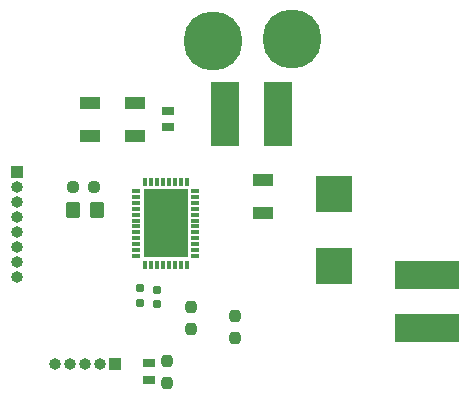
<source format=gbr>
%TF.GenerationSoftware,KiCad,Pcbnew,7.0.9-7.0.9~ubuntu22.04.1*%
%TF.CreationDate,2023-12-22T20:55:06+01:00*%
%TF.ProjectId,driver_seperate,64726976-6572-45f7-9365-706572617465,rev?*%
%TF.SameCoordinates,Original*%
%TF.FileFunction,Soldermask,Top*%
%TF.FilePolarity,Negative*%
%FSLAX46Y46*%
G04 Gerber Fmt 4.6, Leading zero omitted, Abs format (unit mm)*
G04 Created by KiCad (PCBNEW 7.0.9-7.0.9~ubuntu22.04.1) date 2023-12-22 20:55:06*
%MOMM*%
%LPD*%
G01*
G04 APERTURE LIST*
G04 Aperture macros list*
%AMRoundRect*
0 Rectangle with rounded corners*
0 $1 Rounding radius*
0 $2 $3 $4 $5 $6 $7 $8 $9 X,Y pos of 4 corners*
0 Add a 4 corners polygon primitive as box body*
4,1,4,$2,$3,$4,$5,$6,$7,$8,$9,$2,$3,0*
0 Add four circle primitives for the rounded corners*
1,1,$1+$1,$2,$3*
1,1,$1+$1,$4,$5*
1,1,$1+$1,$6,$7*
1,1,$1+$1,$8,$9*
0 Add four rect primitives between the rounded corners*
20,1,$1+$1,$2,$3,$4,$5,0*
20,1,$1+$1,$4,$5,$6,$7,0*
20,1,$1+$1,$6,$7,$8,$9,0*
20,1,$1+$1,$8,$9,$2,$3,0*%
G04 Aperture macros list end*
%ADD10R,1.820000X1.020000*%
%ADD11RoundRect,0.237500X-0.237500X0.250000X-0.237500X-0.250000X0.237500X-0.250000X0.237500X0.250000X0*%
%ADD12RoundRect,0.237500X-0.250000X-0.237500X0.250000X-0.237500X0.250000X0.237500X-0.250000X0.237500X0*%
%ADD13R,3.100000X3.050000*%
%ADD14C,5.000000*%
%ADD15R,0.980000X0.780000*%
%ADD16RoundRect,0.250000X0.350000X0.450000X-0.350000X0.450000X-0.350000X-0.450000X0.350000X-0.450000X0*%
%ADD17R,1.000000X1.000000*%
%ADD18O,1.000000X1.000000*%
%ADD19RoundRect,0.160000X-0.160000X0.197500X-0.160000X-0.197500X0.160000X-0.197500X0.160000X0.197500X0*%
%ADD20R,1.820000X1.070000*%
%ADD21RoundRect,0.237500X0.237500X-0.250000X0.237500X0.250000X-0.237500X0.250000X-0.237500X-0.250000X0*%
%ADD22R,2.390000X5.510000*%
%ADD23R,0.800000X0.300000*%
%ADD24R,0.300000X0.800000*%
%ADD25R,3.800000X5.800000*%
%ADD26R,5.510000X2.390000*%
G04 APERTURE END LIST*
D10*
%TO.C,C2*%
X148794400Y-92261800D03*
X148794400Y-89461800D03*
%TD*%
D11*
%TO.C,R2*%
X151511000Y-111355500D03*
X151511000Y-113180500D03*
%TD*%
D12*
%TO.C,R4*%
X143510000Y-96647000D03*
X145335000Y-96647000D03*
%TD*%
D13*
%TO.C,L1*%
X165608000Y-97229200D03*
X165608000Y-103329200D03*
%TD*%
D14*
%TO.C,IN-1*%
X162052000Y-84074000D03*
%TD*%
D15*
%TO.C,C7*%
X149987000Y-111526500D03*
X149987000Y-112926500D03*
%TD*%
D16*
%TO.C,R5*%
X145510000Y-98552000D03*
X143510000Y-98552000D03*
%TD*%
D10*
%TO.C,C5*%
X144933600Y-92306600D03*
X144933600Y-89506600D03*
%TD*%
D17*
%TO.C,J1*%
X138785600Y-95300800D03*
D18*
X138785600Y-96570800D03*
X138785600Y-97840800D03*
X138785600Y-99110800D03*
X138785600Y-100380800D03*
X138785600Y-101650800D03*
X138785600Y-102920800D03*
X138785600Y-104190800D03*
%TD*%
D19*
%TO.C,R6*%
X149225000Y-105193500D03*
X149225000Y-106388500D03*
%TD*%
D20*
%TO.C,C1*%
X159639000Y-96029000D03*
X159639000Y-98789000D03*
%TD*%
D21*
%TO.C,R3*%
X157226000Y-109370500D03*
X157226000Y-107545500D03*
%TD*%
%TO.C,R1*%
X153543000Y-108608500D03*
X153543000Y-106783500D03*
%TD*%
D14*
%TO.C,IN+1*%
X155397200Y-84248800D03*
%TD*%
D19*
%TO.C,R7*%
X150622000Y-105320500D03*
X150622000Y-106515500D03*
%TD*%
D17*
%TO.C,J2*%
X147066000Y-111633000D03*
D18*
X145796000Y-111633000D03*
X144526000Y-111633000D03*
X143256000Y-111633000D03*
X141986000Y-111633000D03*
%TD*%
D15*
%TO.C,C3*%
X151537600Y-90144600D03*
X151537600Y-91544600D03*
%TD*%
D22*
%TO.C,C4*%
X156389000Y-90424000D03*
X160909000Y-90424000D03*
%TD*%
D23*
%TO.C,IC1*%
X153884000Y-102445000D03*
X153884000Y-101945000D03*
X153884000Y-101445000D03*
X153884000Y-100945000D03*
X153884000Y-100445000D03*
X153884000Y-99945000D03*
X153884000Y-99445000D03*
X153884000Y-98945000D03*
X153884000Y-98445000D03*
X153884000Y-97945000D03*
X153884000Y-97445000D03*
X153884000Y-96945000D03*
D24*
X153134000Y-96195000D03*
X152634000Y-96195000D03*
X152134000Y-96195000D03*
X151634000Y-96195000D03*
X151134000Y-96195000D03*
X150634000Y-96195000D03*
X150134000Y-96195000D03*
X149634000Y-96195000D03*
D23*
X148884000Y-96945000D03*
X148884000Y-97445000D03*
X148884000Y-97945000D03*
X148884000Y-98445000D03*
X148884000Y-98945000D03*
X148884000Y-99445000D03*
X148884000Y-99945000D03*
X148884000Y-100445000D03*
X148884000Y-100945000D03*
X148884000Y-101445000D03*
X148884000Y-101945000D03*
X148884000Y-102445000D03*
D24*
X149634000Y-103195000D03*
X150134000Y-103195000D03*
X150634000Y-103195000D03*
X151134000Y-103195000D03*
X151634000Y-103195000D03*
X152134000Y-103195000D03*
X152634000Y-103195000D03*
X153134000Y-103195000D03*
D25*
X151384000Y-99695000D03*
%TD*%
D26*
%TO.C,C6*%
X173482000Y-104064400D03*
X173482000Y-108584400D03*
%TD*%
M02*

</source>
